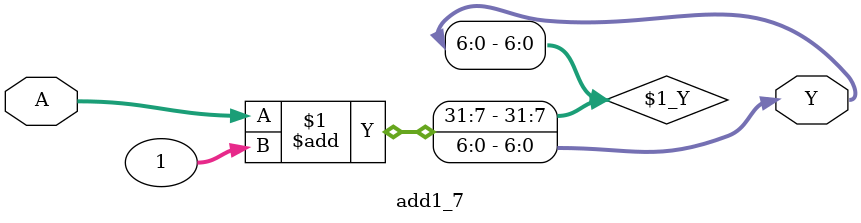
<source format=v>
module counter7 (
    input  wire       CLK,
    input  wire       Reset,
    output wire [6:0] q
);

    wire [6:0] d, q_int;

    register7 r1 (CLK, Reset, d, q_int);
    add1_7    a1 (q_int, d);

    assign q = q_int;

endmodule


module register7 (input CLK, input Reset, input [6:0] D, output reg [6:0] Q);
    always @(posedge CLK or posedge Reset)
        if (Reset) Q <= 0;
        else       Q <= D;
endmodule


module add1_7 (input [6:0] A, output [6:0] Y);
    assign Y = A + 1;
endmodule

</source>
